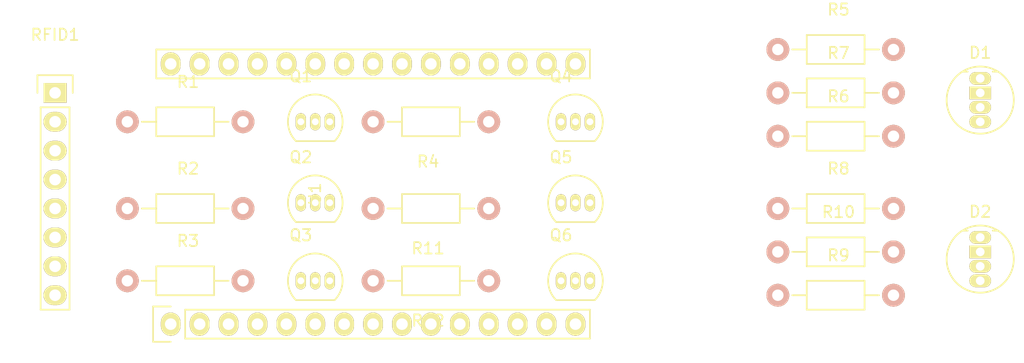
<source format=kicad_pcb>
(kicad_pcb (version 4) (host pcbnew 4.0.2-stable)

  (general
    (links 38)
    (no_connects 38)
    (area 102.960715 61.085 205.181096 102.067)
    (thickness 1.6)
    (drawings 0)
    (tracks 0)
    (zones 0)
    (modules 22)
    (nets 51)
  )

  (page A4)
  (layers
    (0 F.Cu signal)
    (31 B.Cu signal)
    (32 B.Adhes user)
    (33 F.Adhes user)
    (34 B.Paste user)
    (35 F.Paste user)
    (36 B.SilkS user)
    (37 F.SilkS user)
    (38 B.Mask user)
    (39 F.Mask user)
    (40 Dwgs.User user)
    (41 Cmts.User user)
    (42 Eco1.User user)
    (43 Eco2.User user)
    (44 Edge.Cuts user)
    (45 Margin user)
    (46 B.CrtYd user)
    (47 F.CrtYd user)
    (48 B.Fab user)
    (49 F.Fab user)
  )

  (setup
    (last_trace_width 0.25)
    (trace_clearance 0.2)
    (zone_clearance 0.508)
    (zone_45_only no)
    (trace_min 0.2)
    (segment_width 0.2)
    (edge_width 0.15)
    (via_size 0.6)
    (via_drill 0.4)
    (via_min_size 0.4)
    (via_min_drill 0.3)
    (uvia_size 0.3)
    (uvia_drill 0.1)
    (uvias_allowed no)
    (uvia_min_size 0.2)
    (uvia_min_drill 0.1)
    (pcb_text_width 0.3)
    (pcb_text_size 1.5 1.5)
    (mod_edge_width 0.15)
    (mod_text_size 1 1)
    (mod_text_width 0.15)
    (pad_size 1.524 1.524)
    (pad_drill 0.762)
    (pad_to_mask_clearance 0.2)
    (aux_axis_origin 0 0)
    (visible_elements FFFFFF7F)
    (pcbplotparams
      (layerselection 0x00030_80000001)
      (usegerberextensions false)
      (excludeedgelayer true)
      (linewidth 0.100000)
      (plotframeref false)
      (viasonmask false)
      (mode 1)
      (useauxorigin false)
      (hpglpennumber 1)
      (hpglpenspeed 20)
      (hpglpendiameter 15)
      (hpglpenoverlay 2)
      (psnegative false)
      (psa4output false)
      (plotreference true)
      (plotvalue true)
      (plotinvisibletext false)
      (padsonsilk false)
      (subtractmaskfromsilk false)
      (outputformat 1)
      (mirror false)
      (drillshape 1)
      (scaleselection 1)
      (outputdirectory ""))
  )

  (net 0 "")
  (net 1 "Net-(D1-Pad1)")
  (net 2 GND)
  (net 3 "Net-(D1-Pad3)")
  (net 4 "Net-(D1-Pad4)")
  (net 5 "Net-(D2-Pad1)")
  (net 6 "Net-(D2-Pad2)")
  (net 7 "Net-(D2-Pad3)")
  (net 8 "Net-(D2-Pad4)")
  (net 9 "Net-(Q1-Pad2)")
  (net 10 "Net-(Q1-Pad3)")
  (net 11 "Net-(Q2-Pad2)")
  (net 12 "Net-(Q2-Pad3)")
  (net 13 "Net-(Q3-Pad2)")
  (net 14 "Net-(Q3-Pad3)")
  (net 15 "Net-(Q4-Pad2)")
  (net 16 "Net-(Q4-Pad3)")
  (net 17 +5V)
  (net 18 "Net-(Q5-Pad2)")
  (net 19 "Net-(Q5-Pad3)")
  (net 20 "Net-(Q6-Pad2)")
  (net 21 "Net-(Q6-Pad3)")
  (net 22 "Net-(R1-Pad2)")
  (net 23 "Net-(R2-Pad2)")
  (net 24 "Net-(R3-Pad2)")
  (net 25 "Net-(RFID1-Pad1)")
  (net 26 "Net-(RFID1-Pad2)")
  (net 27 "Net-(RFID1-Pad3)")
  (net 28 "Net-(RFID1-Pad4)")
  (net 29 "Net-(RFID1-Pad5)")
  (net 30 "Net-(RFID1-Pad7)")
  (net 31 "Net-(RFID1-Pad8)")
  (net 32 "Net-(U1-Pad1)")
  (net 33 "Net-(U1-Pad2)")
  (net 34 "Net-(U1-Pad3)")
  (net 35 "Net-(U1-Pad4)")
  (net 36 "Net-(U1-Pad5)")
  (net 37 "Net-(U1-Pad6)")
  (net 38 "Net-(U1-Pad7)")
  (net 39 "Net-(U1-Pad8)")
  (net 40 "Net-(U1-Pad9)")
  (net 41 "Net-(U1-Pad10)")
  (net 42 "Net-(U1-Pad11)")
  (net 43 "Net-(U1-Pad12)")
  (net 44 "Net-(U1-Pad13)")
  (net 45 "Net-(U1-Pad14)")
  (net 46 "Net-(U1-Pad18)")
  (net 47 "Net-(U1-Pad19)")
  (net 48 "Net-(U1-Pad25)")
  (net 49 "Net-(U1-Pad26)")
  (net 50 "Net-(U1-Pad24)")

  (net_class Default "This is the default net class."
    (clearance 0.2)
    (trace_width 0.25)
    (via_dia 0.6)
    (via_drill 0.4)
    (uvia_dia 0.3)
    (uvia_drill 0.1)
    (add_net +5V)
    (add_net GND)
    (add_net "Net-(D1-Pad1)")
    (add_net "Net-(D1-Pad3)")
    (add_net "Net-(D1-Pad4)")
    (add_net "Net-(D2-Pad1)")
    (add_net "Net-(D2-Pad2)")
    (add_net "Net-(D2-Pad3)")
    (add_net "Net-(D2-Pad4)")
    (add_net "Net-(Q1-Pad2)")
    (add_net "Net-(Q1-Pad3)")
    (add_net "Net-(Q2-Pad2)")
    (add_net "Net-(Q2-Pad3)")
    (add_net "Net-(Q3-Pad2)")
    (add_net "Net-(Q3-Pad3)")
    (add_net "Net-(Q4-Pad2)")
    (add_net "Net-(Q4-Pad3)")
    (add_net "Net-(Q5-Pad2)")
    (add_net "Net-(Q5-Pad3)")
    (add_net "Net-(Q6-Pad2)")
    (add_net "Net-(Q6-Pad3)")
    (add_net "Net-(R1-Pad2)")
    (add_net "Net-(R2-Pad2)")
    (add_net "Net-(R3-Pad2)")
    (add_net "Net-(RFID1-Pad1)")
    (add_net "Net-(RFID1-Pad2)")
    (add_net "Net-(RFID1-Pad3)")
    (add_net "Net-(RFID1-Pad4)")
    (add_net "Net-(RFID1-Pad5)")
    (add_net "Net-(RFID1-Pad7)")
    (add_net "Net-(RFID1-Pad8)")
    (add_net "Net-(U1-Pad1)")
    (add_net "Net-(U1-Pad10)")
    (add_net "Net-(U1-Pad11)")
    (add_net "Net-(U1-Pad12)")
    (add_net "Net-(U1-Pad13)")
    (add_net "Net-(U1-Pad14)")
    (add_net "Net-(U1-Pad18)")
    (add_net "Net-(U1-Pad19)")
    (add_net "Net-(U1-Pad2)")
    (add_net "Net-(U1-Pad24)")
    (add_net "Net-(U1-Pad25)")
    (add_net "Net-(U1-Pad26)")
    (add_net "Net-(U1-Pad3)")
    (add_net "Net-(U1-Pad4)")
    (add_net "Net-(U1-Pad5)")
    (add_net "Net-(U1-Pad6)")
    (add_net "Net-(U1-Pad7)")
    (add_net "Net-(U1-Pad8)")
    (add_net "Net-(U1-Pad9)")
  )

  (module LEDs:LED-RGB-5MM_Common_Cathode (layer F.Cu) (tedit 55A0859C) (tstamp 5777C141)
    (at 189.23 66.04)
    (descr "5mm common cathode RGB LED")
    (tags "RGB LED 5mm Common Cathode")
    (path /577787B6)
    (fp_text reference D1 (at 0 -2.25) (layer F.SilkS)
      (effects (font (size 1 1) (thickness 0.15)))
    )
    (fp_text value LED_RCBG (at 0 6.25) (layer F.Fab)
      (effects (font (size 1 1) (thickness 0.15)))
    )
    (fp_circle (center 0 1.905) (end 3.2 1.905) (layer F.CrtYd) (width 0.05))
    (fp_line (start -1.1 -0.595) (end -1.55 -0.595) (layer F.SilkS) (width 0.15))
    (fp_circle (center 0 1.905) (end 2.95 1.905) (layer F.SilkS) (width 0.15))
    (fp_line (start 1.1 -0.595) (end 1.55 -0.595) (layer F.SilkS) (width 0.15))
    (pad 1 thru_hole oval (at 0 0) (size 1.905 1.1176) (drill 0.762) (layers *.Cu *.Mask F.SilkS)
      (net 1 "Net-(D1-Pad1)"))
    (pad 2 thru_hole rect (at 0 1.27) (size 1.905 1.1176) (drill 0.762) (layers *.Cu *.Mask F.SilkS)
      (net 2 GND))
    (pad 3 thru_hole oval (at 0 2.54) (size 1.905 1.1176) (drill 0.762) (layers *.Cu *.Mask F.SilkS)
      (net 3 "Net-(D1-Pad3)"))
    (pad 4 thru_hole oval (at 0 3.81) (size 1.905 1.1176) (drill 0.762) (layers *.Cu *.Mask F.SilkS)
      (net 4 "Net-(D1-Pad4)"))
  )

  (module LEDs:LED-RGB-5MM_Common_Cathode (layer F.Cu) (tedit 55A0859C) (tstamp 5777C149)
    (at 189.23 80.01)
    (descr "5mm common cathode RGB LED")
    (tags "RGB LED 5mm Common Cathode")
    (path /5777C585)
    (fp_text reference D2 (at 0 -2.25) (layer F.SilkS)
      (effects (font (size 1 1) (thickness 0.15)))
    )
    (fp_text value LED_RCBG (at 0 6.25) (layer F.Fab)
      (effects (font (size 1 1) (thickness 0.15)))
    )
    (fp_circle (center 0 1.905) (end 3.2 1.905) (layer F.CrtYd) (width 0.05))
    (fp_line (start -1.1 -0.595) (end -1.55 -0.595) (layer F.SilkS) (width 0.15))
    (fp_circle (center 0 1.905) (end 2.95 1.905) (layer F.SilkS) (width 0.15))
    (fp_line (start 1.1 -0.595) (end 1.55 -0.595) (layer F.SilkS) (width 0.15))
    (pad 1 thru_hole oval (at 0 0) (size 1.905 1.1176) (drill 0.762) (layers *.Cu *.Mask F.SilkS)
      (net 5 "Net-(D2-Pad1)"))
    (pad 2 thru_hole rect (at 0 1.27) (size 1.905 1.1176) (drill 0.762) (layers *.Cu *.Mask F.SilkS)
      (net 6 "Net-(D2-Pad2)"))
    (pad 3 thru_hole oval (at 0 2.54) (size 1.905 1.1176) (drill 0.762) (layers *.Cu *.Mask F.SilkS)
      (net 7 "Net-(D2-Pad3)"))
    (pad 4 thru_hole oval (at 0 3.81) (size 1.905 1.1176) (drill 0.762) (layers *.Cu *.Mask F.SilkS)
      (net 8 "Net-(D2-Pad4)"))
  )

  (module TO_SOT_Packages_THT:TO-92_Inline_Narrow_Oval (layer F.Cu) (tedit 54F24281) (tstamp 5777C150)
    (at 129.54 69.85)
    (descr "TO-92 leads in-line, narrow, oval pads, drill 0.6mm (see NXP sot054_po.pdf)")
    (tags "to-92 sc-43 sc-43a sot54 PA33 transistor")
    (path /5777A2CA)
    (fp_text reference Q1 (at 0 -4) (layer F.SilkS)
      (effects (font (size 1 1) (thickness 0.15)))
    )
    (fp_text value 2N2222 (at 0 3) (layer F.Fab)
      (effects (font (size 1 1) (thickness 0.15)))
    )
    (fp_line (start -1.4 1.95) (end -1.4 -2.65) (layer F.CrtYd) (width 0.05))
    (fp_line (start -1.4 1.95) (end 3.95 1.95) (layer F.CrtYd) (width 0.05))
    (fp_line (start -0.43 1.7) (end 2.97 1.7) (layer F.SilkS) (width 0.15))
    (fp_arc (start 1.27 0) (end 1.27 -2.4) (angle -135) (layer F.SilkS) (width 0.15))
    (fp_arc (start 1.27 0) (end 1.27 -2.4) (angle 135) (layer F.SilkS) (width 0.15))
    (fp_line (start -1.4 -2.65) (end 3.95 -2.65) (layer F.CrtYd) (width 0.05))
    (fp_line (start 3.95 1.95) (end 3.95 -2.65) (layer F.CrtYd) (width 0.05))
    (pad 2 thru_hole oval (at 1.27 0 180) (size 0.89916 1.50114) (drill 0.6) (layers *.Cu *.Mask F.SilkS)
      (net 9 "Net-(Q1-Pad2)"))
    (pad 3 thru_hole oval (at 2.54 0 180) (size 0.89916 1.50114) (drill 0.6) (layers *.Cu *.Mask F.SilkS)
      (net 10 "Net-(Q1-Pad3)"))
    (pad 1 thru_hole oval (at 0 0 180) (size 0.89916 1.50114) (drill 0.6) (layers *.Cu *.Mask F.SilkS)
      (net 2 GND))
    (model TO_SOT_Packages_THT.3dshapes/TO-92_Inline_Narrow_Oval.wrl
      (at (xyz 0.05 0 0))
      (scale (xyz 1 1 1))
      (rotate (xyz 0 0 -90))
    )
  )

  (module TO_SOT_Packages_THT:TO-92_Inline_Narrow_Oval (layer F.Cu) (tedit 54F24281) (tstamp 5777C157)
    (at 129.54 76.962)
    (descr "TO-92 leads in-line, narrow, oval pads, drill 0.6mm (see NXP sot054_po.pdf)")
    (tags "to-92 sc-43 sc-43a sot54 PA33 transistor")
    (path /5777A366)
    (fp_text reference Q2 (at 0 -4) (layer F.SilkS)
      (effects (font (size 1 1) (thickness 0.15)))
    )
    (fp_text value 2N2222 (at 0 3) (layer F.Fab)
      (effects (font (size 1 1) (thickness 0.15)))
    )
    (fp_line (start -1.4 1.95) (end -1.4 -2.65) (layer F.CrtYd) (width 0.05))
    (fp_line (start -1.4 1.95) (end 3.95 1.95) (layer F.CrtYd) (width 0.05))
    (fp_line (start -0.43 1.7) (end 2.97 1.7) (layer F.SilkS) (width 0.15))
    (fp_arc (start 1.27 0) (end 1.27 -2.4) (angle -135) (layer F.SilkS) (width 0.15))
    (fp_arc (start 1.27 0) (end 1.27 -2.4) (angle 135) (layer F.SilkS) (width 0.15))
    (fp_line (start -1.4 -2.65) (end 3.95 -2.65) (layer F.CrtYd) (width 0.05))
    (fp_line (start 3.95 1.95) (end 3.95 -2.65) (layer F.CrtYd) (width 0.05))
    (pad 2 thru_hole oval (at 1.27 0 180) (size 0.89916 1.50114) (drill 0.6) (layers *.Cu *.Mask F.SilkS)
      (net 11 "Net-(Q2-Pad2)"))
    (pad 3 thru_hole oval (at 2.54 0 180) (size 0.89916 1.50114) (drill 0.6) (layers *.Cu *.Mask F.SilkS)
      (net 12 "Net-(Q2-Pad3)"))
    (pad 1 thru_hole oval (at 0 0 180) (size 0.89916 1.50114) (drill 0.6) (layers *.Cu *.Mask F.SilkS)
      (net 2 GND))
    (model TO_SOT_Packages_THT.3dshapes/TO-92_Inline_Narrow_Oval.wrl
      (at (xyz 0.05 0 0))
      (scale (xyz 1 1 1))
      (rotate (xyz 0 0 -90))
    )
  )

  (module TO_SOT_Packages_THT:TO-92_Inline_Narrow_Oval (layer F.Cu) (tedit 54F24281) (tstamp 5777C15E)
    (at 129.54 83.82)
    (descr "TO-92 leads in-line, narrow, oval pads, drill 0.6mm (see NXP sot054_po.pdf)")
    (tags "to-92 sc-43 sc-43a sot54 PA33 transistor")
    (path /5777A1CF)
    (fp_text reference Q3 (at 0 -4) (layer F.SilkS)
      (effects (font (size 1 1) (thickness 0.15)))
    )
    (fp_text value 2N2222 (at 0 3) (layer F.Fab)
      (effects (font (size 1 1) (thickness 0.15)))
    )
    (fp_line (start -1.4 1.95) (end -1.4 -2.65) (layer F.CrtYd) (width 0.05))
    (fp_line (start -1.4 1.95) (end 3.95 1.95) (layer F.CrtYd) (width 0.05))
    (fp_line (start -0.43 1.7) (end 2.97 1.7) (layer F.SilkS) (width 0.15))
    (fp_arc (start 1.27 0) (end 1.27 -2.4) (angle -135) (layer F.SilkS) (width 0.15))
    (fp_arc (start 1.27 0) (end 1.27 -2.4) (angle 135) (layer F.SilkS) (width 0.15))
    (fp_line (start -1.4 -2.65) (end 3.95 -2.65) (layer F.CrtYd) (width 0.05))
    (fp_line (start 3.95 1.95) (end 3.95 -2.65) (layer F.CrtYd) (width 0.05))
    (pad 2 thru_hole oval (at 1.27 0 180) (size 0.89916 1.50114) (drill 0.6) (layers *.Cu *.Mask F.SilkS)
      (net 13 "Net-(Q3-Pad2)"))
    (pad 3 thru_hole oval (at 2.54 0 180) (size 0.89916 1.50114) (drill 0.6) (layers *.Cu *.Mask F.SilkS)
      (net 14 "Net-(Q3-Pad3)"))
    (pad 1 thru_hole oval (at 0 0 180) (size 0.89916 1.50114) (drill 0.6) (layers *.Cu *.Mask F.SilkS)
      (net 2 GND))
    (model TO_SOT_Packages_THT.3dshapes/TO-92_Inline_Narrow_Oval.wrl
      (at (xyz 0.05 0 0))
      (scale (xyz 1 1 1))
      (rotate (xyz 0 0 -90))
    )
  )

  (module TO_SOT_Packages_THT:TO-92_Inline_Narrow_Oval (layer F.Cu) (tedit 54F24281) (tstamp 5777C165)
    (at 152.4 69.85)
    (descr "TO-92 leads in-line, narrow, oval pads, drill 0.6mm (see NXP sot054_po.pdf)")
    (tags "to-92 sc-43 sc-43a sot54 PA33 transistor")
    (path /5777A611)
    (fp_text reference Q4 (at 0 -4) (layer F.SilkS)
      (effects (font (size 1 1) (thickness 0.15)))
    )
    (fp_text value 2N2907 (at 0 3) (layer F.Fab)
      (effects (font (size 1 1) (thickness 0.15)))
    )
    (fp_line (start -1.4 1.95) (end -1.4 -2.65) (layer F.CrtYd) (width 0.05))
    (fp_line (start -1.4 1.95) (end 3.95 1.95) (layer F.CrtYd) (width 0.05))
    (fp_line (start -0.43 1.7) (end 2.97 1.7) (layer F.SilkS) (width 0.15))
    (fp_arc (start 1.27 0) (end 1.27 -2.4) (angle -135) (layer F.SilkS) (width 0.15))
    (fp_arc (start 1.27 0) (end 1.27 -2.4) (angle 135) (layer F.SilkS) (width 0.15))
    (fp_line (start -1.4 -2.65) (end 3.95 -2.65) (layer F.CrtYd) (width 0.05))
    (fp_line (start 3.95 1.95) (end 3.95 -2.65) (layer F.CrtYd) (width 0.05))
    (pad 2 thru_hole oval (at 1.27 0 180) (size 0.89916 1.50114) (drill 0.6) (layers *.Cu *.Mask F.SilkS)
      (net 15 "Net-(Q4-Pad2)"))
    (pad 3 thru_hole oval (at 2.54 0 180) (size 0.89916 1.50114) (drill 0.6) (layers *.Cu *.Mask F.SilkS)
      (net 16 "Net-(Q4-Pad3)"))
    (pad 1 thru_hole oval (at 0 0 180) (size 0.89916 1.50114) (drill 0.6) (layers *.Cu *.Mask F.SilkS)
      (net 17 +5V))
    (model TO_SOT_Packages_THT.3dshapes/TO-92_Inline_Narrow_Oval.wrl
      (at (xyz 0.05 0 0))
      (scale (xyz 1 1 1))
      (rotate (xyz 0 0 -90))
    )
  )

  (module TO_SOT_Packages_THT:TO-92_Inline_Narrow_Oval (layer F.Cu) (tedit 54F24281) (tstamp 5777C16C)
    (at 152.4 76.962)
    (descr "TO-92 leads in-line, narrow, oval pads, drill 0.6mm (see NXP sot054_po.pdf)")
    (tags "to-92 sc-43 sc-43a sot54 PA33 transistor")
    (path /5777A6C5)
    (fp_text reference Q5 (at 0 -4) (layer F.SilkS)
      (effects (font (size 1 1) (thickness 0.15)))
    )
    (fp_text value 2N2907 (at 0 3) (layer F.Fab)
      (effects (font (size 1 1) (thickness 0.15)))
    )
    (fp_line (start -1.4 1.95) (end -1.4 -2.65) (layer F.CrtYd) (width 0.05))
    (fp_line (start -1.4 1.95) (end 3.95 1.95) (layer F.CrtYd) (width 0.05))
    (fp_line (start -0.43 1.7) (end 2.97 1.7) (layer F.SilkS) (width 0.15))
    (fp_arc (start 1.27 0) (end 1.27 -2.4) (angle -135) (layer F.SilkS) (width 0.15))
    (fp_arc (start 1.27 0) (end 1.27 -2.4) (angle 135) (layer F.SilkS) (width 0.15))
    (fp_line (start -1.4 -2.65) (end 3.95 -2.65) (layer F.CrtYd) (width 0.05))
    (fp_line (start 3.95 1.95) (end 3.95 -2.65) (layer F.CrtYd) (width 0.05))
    (pad 2 thru_hole oval (at 1.27 0 180) (size 0.89916 1.50114) (drill 0.6) (layers *.Cu *.Mask F.SilkS)
      (net 18 "Net-(Q5-Pad2)"))
    (pad 3 thru_hole oval (at 2.54 0 180) (size 0.89916 1.50114) (drill 0.6) (layers *.Cu *.Mask F.SilkS)
      (net 19 "Net-(Q5-Pad3)"))
    (pad 1 thru_hole oval (at 0 0 180) (size 0.89916 1.50114) (drill 0.6) (layers *.Cu *.Mask F.SilkS)
      (net 17 +5V))
    (model TO_SOT_Packages_THT.3dshapes/TO-92_Inline_Narrow_Oval.wrl
      (at (xyz 0.05 0 0))
      (scale (xyz 1 1 1))
      (rotate (xyz 0 0 -90))
    )
  )

  (module TO_SOT_Packages_THT:TO-92_Inline_Narrow_Oval (layer F.Cu) (tedit 54F24281) (tstamp 5777C173)
    (at 152.4 83.82)
    (descr "TO-92 leads in-line, narrow, oval pads, drill 0.6mm (see NXP sot054_po.pdf)")
    (tags "to-92 sc-43 sc-43a sot54 PA33 transistor")
    (path /5777A4B2)
    (fp_text reference Q6 (at 0 -4) (layer F.SilkS)
      (effects (font (size 1 1) (thickness 0.15)))
    )
    (fp_text value 2N2907 (at 0 3) (layer F.Fab)
      (effects (font (size 1 1) (thickness 0.15)))
    )
    (fp_line (start -1.4 1.95) (end -1.4 -2.65) (layer F.CrtYd) (width 0.05))
    (fp_line (start -1.4 1.95) (end 3.95 1.95) (layer F.CrtYd) (width 0.05))
    (fp_line (start -0.43 1.7) (end 2.97 1.7) (layer F.SilkS) (width 0.15))
    (fp_arc (start 1.27 0) (end 1.27 -2.4) (angle -135) (layer F.SilkS) (width 0.15))
    (fp_arc (start 1.27 0) (end 1.27 -2.4) (angle 135) (layer F.SilkS) (width 0.15))
    (fp_line (start -1.4 -2.65) (end 3.95 -2.65) (layer F.CrtYd) (width 0.05))
    (fp_line (start 3.95 1.95) (end 3.95 -2.65) (layer F.CrtYd) (width 0.05))
    (pad 2 thru_hole oval (at 1.27 0 180) (size 0.89916 1.50114) (drill 0.6) (layers *.Cu *.Mask F.SilkS)
      (net 20 "Net-(Q6-Pad2)"))
    (pad 3 thru_hole oval (at 2.54 0 180) (size 0.89916 1.50114) (drill 0.6) (layers *.Cu *.Mask F.SilkS)
      (net 21 "Net-(Q6-Pad3)"))
    (pad 1 thru_hole oval (at 0 0 180) (size 0.89916 1.50114) (drill 0.6) (layers *.Cu *.Mask F.SilkS)
      (net 17 +5V))
    (model TO_SOT_Packages_THT.3dshapes/TO-92_Inline_Narrow_Oval.wrl
      (at (xyz 0.05 0 0))
      (scale (xyz 1 1 1))
      (rotate (xyz 0 0 -90))
    )
  )

  (module Resistors_ThroughHole:Resistor_Horizontal_RM10mm (layer F.Cu) (tedit 56648415) (tstamp 5777C179)
    (at 114.3 69.85)
    (descr "Resistor, Axial,  RM 10mm, 1/3W")
    (tags "Resistor Axial RM 10mm 1/3W")
    (path /577788E1)
    (fp_text reference R1 (at 5.32892 -3.50012) (layer F.SilkS)
      (effects (font (size 1 1) (thickness 0.15)))
    )
    (fp_text value 1k (at 5.08 3.81) (layer F.Fab)
      (effects (font (size 1 1) (thickness 0.15)))
    )
    (fp_line (start -1.25 -1.5) (end 11.4 -1.5) (layer F.CrtYd) (width 0.05))
    (fp_line (start -1.25 1.5) (end -1.25 -1.5) (layer F.CrtYd) (width 0.05))
    (fp_line (start 11.4 -1.5) (end 11.4 1.5) (layer F.CrtYd) (width 0.05))
    (fp_line (start -1.25 1.5) (end 11.4 1.5) (layer F.CrtYd) (width 0.05))
    (fp_line (start 2.54 -1.27) (end 7.62 -1.27) (layer F.SilkS) (width 0.15))
    (fp_line (start 7.62 -1.27) (end 7.62 1.27) (layer F.SilkS) (width 0.15))
    (fp_line (start 7.62 1.27) (end 2.54 1.27) (layer F.SilkS) (width 0.15))
    (fp_line (start 2.54 1.27) (end 2.54 -1.27) (layer F.SilkS) (width 0.15))
    (fp_line (start 2.54 0) (end 1.27 0) (layer F.SilkS) (width 0.15))
    (fp_line (start 7.62 0) (end 8.89 0) (layer F.SilkS) (width 0.15))
    (pad 1 thru_hole circle (at 0 0) (size 1.99898 1.99898) (drill 1.00076) (layers *.Cu *.SilkS *.Mask)
      (net 9 "Net-(Q1-Pad2)"))
    (pad 2 thru_hole circle (at 10.16 0) (size 1.99898 1.99898) (drill 1.00076) (layers *.Cu *.SilkS *.Mask)
      (net 22 "Net-(R1-Pad2)"))
    (model Resistors_ThroughHole.3dshapes/Resistor_Horizontal_RM10mm.wrl
      (at (xyz 0 0 0))
      (scale (xyz 0.4 0.4 0.4))
      (rotate (xyz 0 0 0))
    )
  )

  (module Resistors_ThroughHole:Resistor_Horizontal_RM10mm (layer F.Cu) (tedit 56648415) (tstamp 5777C17F)
    (at 114.3 77.47)
    (descr "Resistor, Axial,  RM 10mm, 1/3W")
    (tags "Resistor Axial RM 10mm 1/3W")
    (path /57778F7A)
    (fp_text reference R2 (at 5.32892 -3.50012) (layer F.SilkS)
      (effects (font (size 1 1) (thickness 0.15)))
    )
    (fp_text value 1k (at 5.08 3.81) (layer F.Fab)
      (effects (font (size 1 1) (thickness 0.15)))
    )
    (fp_line (start -1.25 -1.5) (end 11.4 -1.5) (layer F.CrtYd) (width 0.05))
    (fp_line (start -1.25 1.5) (end -1.25 -1.5) (layer F.CrtYd) (width 0.05))
    (fp_line (start 11.4 -1.5) (end 11.4 1.5) (layer F.CrtYd) (width 0.05))
    (fp_line (start -1.25 1.5) (end 11.4 1.5) (layer F.CrtYd) (width 0.05))
    (fp_line (start 2.54 -1.27) (end 7.62 -1.27) (layer F.SilkS) (width 0.15))
    (fp_line (start 7.62 -1.27) (end 7.62 1.27) (layer F.SilkS) (width 0.15))
    (fp_line (start 7.62 1.27) (end 2.54 1.27) (layer F.SilkS) (width 0.15))
    (fp_line (start 2.54 1.27) (end 2.54 -1.27) (layer F.SilkS) (width 0.15))
    (fp_line (start 2.54 0) (end 1.27 0) (layer F.SilkS) (width 0.15))
    (fp_line (start 7.62 0) (end 8.89 0) (layer F.SilkS) (width 0.15))
    (pad 1 thru_hole circle (at 0 0) (size 1.99898 1.99898) (drill 1.00076) (layers *.Cu *.SilkS *.Mask)
      (net 11 "Net-(Q2-Pad2)"))
    (pad 2 thru_hole circle (at 10.16 0) (size 1.99898 1.99898) (drill 1.00076) (layers *.Cu *.SilkS *.Mask)
      (net 23 "Net-(R2-Pad2)"))
    (model Resistors_ThroughHole.3dshapes/Resistor_Horizontal_RM10mm.wrl
      (at (xyz 0 0 0))
      (scale (xyz 0.4 0.4 0.4))
      (rotate (xyz 0 0 0))
    )
  )

  (module Resistors_ThroughHole:Resistor_Horizontal_RM10mm (layer F.Cu) (tedit 56648415) (tstamp 5777C185)
    (at 114.3 83.82)
    (descr "Resistor, Axial,  RM 10mm, 1/3W")
    (tags "Resistor Axial RM 10mm 1/3W")
    (path /5777907E)
    (fp_text reference R3 (at 5.32892 -3.50012) (layer F.SilkS)
      (effects (font (size 1 1) (thickness 0.15)))
    )
    (fp_text value 1k (at 5.08 3.81) (layer F.Fab)
      (effects (font (size 1 1) (thickness 0.15)))
    )
    (fp_line (start -1.25 -1.5) (end 11.4 -1.5) (layer F.CrtYd) (width 0.05))
    (fp_line (start -1.25 1.5) (end -1.25 -1.5) (layer F.CrtYd) (width 0.05))
    (fp_line (start 11.4 -1.5) (end 11.4 1.5) (layer F.CrtYd) (width 0.05))
    (fp_line (start -1.25 1.5) (end 11.4 1.5) (layer F.CrtYd) (width 0.05))
    (fp_line (start 2.54 -1.27) (end 7.62 -1.27) (layer F.SilkS) (width 0.15))
    (fp_line (start 7.62 -1.27) (end 7.62 1.27) (layer F.SilkS) (width 0.15))
    (fp_line (start 7.62 1.27) (end 2.54 1.27) (layer F.SilkS) (width 0.15))
    (fp_line (start 2.54 1.27) (end 2.54 -1.27) (layer F.SilkS) (width 0.15))
    (fp_line (start 2.54 0) (end 1.27 0) (layer F.SilkS) (width 0.15))
    (fp_line (start 7.62 0) (end 8.89 0) (layer F.SilkS) (width 0.15))
    (pad 1 thru_hole circle (at 0 0) (size 1.99898 1.99898) (drill 1.00076) (layers *.Cu *.SilkS *.Mask)
      (net 13 "Net-(Q3-Pad2)"))
    (pad 2 thru_hole circle (at 10.16 0) (size 1.99898 1.99898) (drill 1.00076) (layers *.Cu *.SilkS *.Mask)
      (net 24 "Net-(R3-Pad2)"))
    (model Resistors_ThroughHole.3dshapes/Resistor_Horizontal_RM10mm.wrl
      (at (xyz 0 0 0))
      (scale (xyz 0.4 0.4 0.4))
      (rotate (xyz 0 0 0))
    )
  )

  (module Resistors_ThroughHole:Resistor_Horizontal_RM10mm (layer F.Cu) (tedit 56648415) (tstamp 5777C18B)
    (at 146.05 69.85 180)
    (descr "Resistor, Axial,  RM 10mm, 1/3W")
    (tags "Resistor Axial RM 10mm 1/3W")
    (path /577788C4)
    (fp_text reference R4 (at 5.32892 -3.50012 180) (layer F.SilkS)
      (effects (font (size 1 1) (thickness 0.15)))
    )
    (fp_text value 1k (at 5.08 3.81 180) (layer F.Fab)
      (effects (font (size 1 1) (thickness 0.15)))
    )
    (fp_line (start -1.25 -1.5) (end 11.4 -1.5) (layer F.CrtYd) (width 0.05))
    (fp_line (start -1.25 1.5) (end -1.25 -1.5) (layer F.CrtYd) (width 0.05))
    (fp_line (start 11.4 -1.5) (end 11.4 1.5) (layer F.CrtYd) (width 0.05))
    (fp_line (start -1.25 1.5) (end 11.4 1.5) (layer F.CrtYd) (width 0.05))
    (fp_line (start 2.54 -1.27) (end 7.62 -1.27) (layer F.SilkS) (width 0.15))
    (fp_line (start 7.62 -1.27) (end 7.62 1.27) (layer F.SilkS) (width 0.15))
    (fp_line (start 7.62 1.27) (end 2.54 1.27) (layer F.SilkS) (width 0.15))
    (fp_line (start 2.54 1.27) (end 2.54 -1.27) (layer F.SilkS) (width 0.15))
    (fp_line (start 2.54 0) (end 1.27 0) (layer F.SilkS) (width 0.15))
    (fp_line (start 7.62 0) (end 8.89 0) (layer F.SilkS) (width 0.15))
    (pad 1 thru_hole circle (at 0 0 180) (size 1.99898 1.99898) (drill 1.00076) (layers *.Cu *.SilkS *.Mask)
      (net 15 "Net-(Q4-Pad2)"))
    (pad 2 thru_hole circle (at 10.16 0 180) (size 1.99898 1.99898) (drill 1.00076) (layers *.Cu *.SilkS *.Mask)
      (net 10 "Net-(Q1-Pad3)"))
    (model Resistors_ThroughHole.3dshapes/Resistor_Horizontal_RM10mm.wrl
      (at (xyz 0 0 0))
      (scale (xyz 0.4 0.4 0.4))
      (rotate (xyz 0 0 0))
    )
  )

  (module Resistors_ThroughHole:Resistor_Horizontal_RM10mm (layer F.Cu) (tedit 56648415) (tstamp 5777C191)
    (at 171.45 63.5)
    (descr "Resistor, Axial,  RM 10mm, 1/3W")
    (tags "Resistor Axial RM 10mm 1/3W")
    (path /57778927)
    (fp_text reference R5 (at 5.32892 -3.50012) (layer F.SilkS)
      (effects (font (size 1 1) (thickness 0.15)))
    )
    (fp_text value 32 (at 5.08 3.81) (layer F.Fab)
      (effects (font (size 1 1) (thickness 0.15)))
    )
    (fp_line (start -1.25 -1.5) (end 11.4 -1.5) (layer F.CrtYd) (width 0.05))
    (fp_line (start -1.25 1.5) (end -1.25 -1.5) (layer F.CrtYd) (width 0.05))
    (fp_line (start 11.4 -1.5) (end 11.4 1.5) (layer F.CrtYd) (width 0.05))
    (fp_line (start -1.25 1.5) (end 11.4 1.5) (layer F.CrtYd) (width 0.05))
    (fp_line (start 2.54 -1.27) (end 7.62 -1.27) (layer F.SilkS) (width 0.15))
    (fp_line (start 7.62 -1.27) (end 7.62 1.27) (layer F.SilkS) (width 0.15))
    (fp_line (start 7.62 1.27) (end 2.54 1.27) (layer F.SilkS) (width 0.15))
    (fp_line (start 2.54 1.27) (end 2.54 -1.27) (layer F.SilkS) (width 0.15))
    (fp_line (start 2.54 0) (end 1.27 0) (layer F.SilkS) (width 0.15))
    (fp_line (start 7.62 0) (end 8.89 0) (layer F.SilkS) (width 0.15))
    (pad 1 thru_hole circle (at 0 0) (size 1.99898 1.99898) (drill 1.00076) (layers *.Cu *.SilkS *.Mask)
      (net 16 "Net-(Q4-Pad3)"))
    (pad 2 thru_hole circle (at 10.16 0) (size 1.99898 1.99898) (drill 1.00076) (layers *.Cu *.SilkS *.Mask)
      (net 1 "Net-(D1-Pad1)"))
    (model Resistors_ThroughHole.3dshapes/Resistor_Horizontal_RM10mm.wrl
      (at (xyz 0 0 0))
      (scale (xyz 0.4 0.4 0.4))
      (rotate (xyz 0 0 0))
    )
  )

  (module Resistors_ThroughHole:Resistor_Horizontal_RM10mm (layer F.Cu) (tedit 56648415) (tstamp 5777C197)
    (at 171.45 71.12)
    (descr "Resistor, Axial,  RM 10mm, 1/3W")
    (tags "Resistor Axial RM 10mm 1/3W")
    (path /57778C72)
    (fp_text reference R6 (at 5.32892 -3.50012) (layer F.SilkS)
      (effects (font (size 1 1) (thickness 0.15)))
    )
    (fp_text value 21 (at 5.08 3.81) (layer F.Fab)
      (effects (font (size 1 1) (thickness 0.15)))
    )
    (fp_line (start -1.25 -1.5) (end 11.4 -1.5) (layer F.CrtYd) (width 0.05))
    (fp_line (start -1.25 1.5) (end -1.25 -1.5) (layer F.CrtYd) (width 0.05))
    (fp_line (start 11.4 -1.5) (end 11.4 1.5) (layer F.CrtYd) (width 0.05))
    (fp_line (start -1.25 1.5) (end 11.4 1.5) (layer F.CrtYd) (width 0.05))
    (fp_line (start 2.54 -1.27) (end 7.62 -1.27) (layer F.SilkS) (width 0.15))
    (fp_line (start 7.62 -1.27) (end 7.62 1.27) (layer F.SilkS) (width 0.15))
    (fp_line (start 7.62 1.27) (end 2.54 1.27) (layer F.SilkS) (width 0.15))
    (fp_line (start 2.54 1.27) (end 2.54 -1.27) (layer F.SilkS) (width 0.15))
    (fp_line (start 2.54 0) (end 1.27 0) (layer F.SilkS) (width 0.15))
    (fp_line (start 7.62 0) (end 8.89 0) (layer F.SilkS) (width 0.15))
    (pad 1 thru_hole circle (at 0 0) (size 1.99898 1.99898) (drill 1.00076) (layers *.Cu *.SilkS *.Mask)
      (net 19 "Net-(Q5-Pad3)"))
    (pad 2 thru_hole circle (at 10.16 0) (size 1.99898 1.99898) (drill 1.00076) (layers *.Cu *.SilkS *.Mask)
      (net 4 "Net-(D1-Pad4)"))
    (model Resistors_ThroughHole.3dshapes/Resistor_Horizontal_RM10mm.wrl
      (at (xyz 0 0 0))
      (scale (xyz 0.4 0.4 0.4))
      (rotate (xyz 0 0 0))
    )
  )

  (module Resistors_ThroughHole:Resistor_Horizontal_RM10mm (layer F.Cu) (tedit 56648415) (tstamp 5777C19D)
    (at 171.45 67.31)
    (descr "Resistor, Axial,  RM 10mm, 1/3W")
    (tags "Resistor Axial RM 10mm 1/3W")
    (path /57778C9B)
    (fp_text reference R7 (at 5.32892 -3.50012) (layer F.SilkS)
      (effects (font (size 1 1) (thickness 0.15)))
    )
    (fp_text value 21 (at 5.08 3.81) (layer F.Fab)
      (effects (font (size 1 1) (thickness 0.15)))
    )
    (fp_line (start -1.25 -1.5) (end 11.4 -1.5) (layer F.CrtYd) (width 0.05))
    (fp_line (start -1.25 1.5) (end -1.25 -1.5) (layer F.CrtYd) (width 0.05))
    (fp_line (start 11.4 -1.5) (end 11.4 1.5) (layer F.CrtYd) (width 0.05))
    (fp_line (start -1.25 1.5) (end 11.4 1.5) (layer F.CrtYd) (width 0.05))
    (fp_line (start 2.54 -1.27) (end 7.62 -1.27) (layer F.SilkS) (width 0.15))
    (fp_line (start 7.62 -1.27) (end 7.62 1.27) (layer F.SilkS) (width 0.15))
    (fp_line (start 7.62 1.27) (end 2.54 1.27) (layer F.SilkS) (width 0.15))
    (fp_line (start 2.54 1.27) (end 2.54 -1.27) (layer F.SilkS) (width 0.15))
    (fp_line (start 2.54 0) (end 1.27 0) (layer F.SilkS) (width 0.15))
    (fp_line (start 7.62 0) (end 8.89 0) (layer F.SilkS) (width 0.15))
    (pad 1 thru_hole circle (at 0 0) (size 1.99898 1.99898) (drill 1.00076) (layers *.Cu *.SilkS *.Mask)
      (net 21 "Net-(Q6-Pad3)"))
    (pad 2 thru_hole circle (at 10.16 0) (size 1.99898 1.99898) (drill 1.00076) (layers *.Cu *.SilkS *.Mask)
      (net 3 "Net-(D1-Pad3)"))
    (model Resistors_ThroughHole.3dshapes/Resistor_Horizontal_RM10mm.wrl
      (at (xyz 0 0 0))
      (scale (xyz 0.4 0.4 0.4))
      (rotate (xyz 0 0 0))
    )
  )

  (module Resistors_ThroughHole:Resistor_Horizontal_RM10mm (layer F.Cu) (tedit 56648415) (tstamp 5777C1A3)
    (at 171.45 77.47)
    (descr "Resistor, Axial,  RM 10mm, 1/3W")
    (tags "Resistor Axial RM 10mm 1/3W")
    (path /5777C58B)
    (fp_text reference R8 (at 5.32892 -3.50012) (layer F.SilkS)
      (effects (font (size 1 1) (thickness 0.15)))
    )
    (fp_text value 32 (at 5.08 3.81) (layer F.Fab)
      (effects (font (size 1 1) (thickness 0.15)))
    )
    (fp_line (start -1.25 -1.5) (end 11.4 -1.5) (layer F.CrtYd) (width 0.05))
    (fp_line (start -1.25 1.5) (end -1.25 -1.5) (layer F.CrtYd) (width 0.05))
    (fp_line (start 11.4 -1.5) (end 11.4 1.5) (layer F.CrtYd) (width 0.05))
    (fp_line (start -1.25 1.5) (end 11.4 1.5) (layer F.CrtYd) (width 0.05))
    (fp_line (start 2.54 -1.27) (end 7.62 -1.27) (layer F.SilkS) (width 0.15))
    (fp_line (start 7.62 -1.27) (end 7.62 1.27) (layer F.SilkS) (width 0.15))
    (fp_line (start 7.62 1.27) (end 2.54 1.27) (layer F.SilkS) (width 0.15))
    (fp_line (start 2.54 1.27) (end 2.54 -1.27) (layer F.SilkS) (width 0.15))
    (fp_line (start 2.54 0) (end 1.27 0) (layer F.SilkS) (width 0.15))
    (fp_line (start 7.62 0) (end 8.89 0) (layer F.SilkS) (width 0.15))
    (pad 1 thru_hole circle (at 0 0) (size 1.99898 1.99898) (drill 1.00076) (layers *.Cu *.SilkS *.Mask)
      (net 16 "Net-(Q4-Pad3)"))
    (pad 2 thru_hole circle (at 10.16 0) (size 1.99898 1.99898) (drill 1.00076) (layers *.Cu *.SilkS *.Mask)
      (net 5 "Net-(D2-Pad1)"))
    (model Resistors_ThroughHole.3dshapes/Resistor_Horizontal_RM10mm.wrl
      (at (xyz 0 0 0))
      (scale (xyz 0.4 0.4 0.4))
      (rotate (xyz 0 0 0))
    )
  )

  (module Resistors_ThroughHole:Resistor_Horizontal_RM10mm (layer F.Cu) (tedit 56648415) (tstamp 5777C1A9)
    (at 171.45 85.09)
    (descr "Resistor, Axial,  RM 10mm, 1/3W")
    (tags "Resistor Axial RM 10mm 1/3W")
    (path /5777C592)
    (fp_text reference R9 (at 5.32892 -3.50012) (layer F.SilkS)
      (effects (font (size 1 1) (thickness 0.15)))
    )
    (fp_text value 21 (at 5.08 3.81) (layer F.Fab)
      (effects (font (size 1 1) (thickness 0.15)))
    )
    (fp_line (start -1.25 -1.5) (end 11.4 -1.5) (layer F.CrtYd) (width 0.05))
    (fp_line (start -1.25 1.5) (end -1.25 -1.5) (layer F.CrtYd) (width 0.05))
    (fp_line (start 11.4 -1.5) (end 11.4 1.5) (layer F.CrtYd) (width 0.05))
    (fp_line (start -1.25 1.5) (end 11.4 1.5) (layer F.CrtYd) (width 0.05))
    (fp_line (start 2.54 -1.27) (end 7.62 -1.27) (layer F.SilkS) (width 0.15))
    (fp_line (start 7.62 -1.27) (end 7.62 1.27) (layer F.SilkS) (width 0.15))
    (fp_line (start 7.62 1.27) (end 2.54 1.27) (layer F.SilkS) (width 0.15))
    (fp_line (start 2.54 1.27) (end 2.54 -1.27) (layer F.SilkS) (width 0.15))
    (fp_line (start 2.54 0) (end 1.27 0) (layer F.SilkS) (width 0.15))
    (fp_line (start 7.62 0) (end 8.89 0) (layer F.SilkS) (width 0.15))
    (pad 1 thru_hole circle (at 0 0) (size 1.99898 1.99898) (drill 1.00076) (layers *.Cu *.SilkS *.Mask)
      (net 19 "Net-(Q5-Pad3)"))
    (pad 2 thru_hole circle (at 10.16 0) (size 1.99898 1.99898) (drill 1.00076) (layers *.Cu *.SilkS *.Mask)
      (net 8 "Net-(D2-Pad4)"))
    (model Resistors_ThroughHole.3dshapes/Resistor_Horizontal_RM10mm.wrl
      (at (xyz 0 0 0))
      (scale (xyz 0.4 0.4 0.4))
      (rotate (xyz 0 0 0))
    )
  )

  (module Resistors_ThroughHole:Resistor_Horizontal_RM10mm (layer F.Cu) (tedit 56648415) (tstamp 5777C1AF)
    (at 171.45 81.28)
    (descr "Resistor, Axial,  RM 10mm, 1/3W")
    (tags "Resistor Axial RM 10mm 1/3W")
    (path /5777C598)
    (fp_text reference R10 (at 5.32892 -3.50012) (layer F.SilkS)
      (effects (font (size 1 1) (thickness 0.15)))
    )
    (fp_text value 21 (at 5.08 3.81) (layer F.Fab)
      (effects (font (size 1 1) (thickness 0.15)))
    )
    (fp_line (start -1.25 -1.5) (end 11.4 -1.5) (layer F.CrtYd) (width 0.05))
    (fp_line (start -1.25 1.5) (end -1.25 -1.5) (layer F.CrtYd) (width 0.05))
    (fp_line (start 11.4 -1.5) (end 11.4 1.5) (layer F.CrtYd) (width 0.05))
    (fp_line (start -1.25 1.5) (end 11.4 1.5) (layer F.CrtYd) (width 0.05))
    (fp_line (start 2.54 -1.27) (end 7.62 -1.27) (layer F.SilkS) (width 0.15))
    (fp_line (start 7.62 -1.27) (end 7.62 1.27) (layer F.SilkS) (width 0.15))
    (fp_line (start 7.62 1.27) (end 2.54 1.27) (layer F.SilkS) (width 0.15))
    (fp_line (start 2.54 1.27) (end 2.54 -1.27) (layer F.SilkS) (width 0.15))
    (fp_line (start 2.54 0) (end 1.27 0) (layer F.SilkS) (width 0.15))
    (fp_line (start 7.62 0) (end 8.89 0) (layer F.SilkS) (width 0.15))
    (pad 1 thru_hole circle (at 0 0) (size 1.99898 1.99898) (drill 1.00076) (layers *.Cu *.SilkS *.Mask)
      (net 21 "Net-(Q6-Pad3)"))
    (pad 2 thru_hole circle (at 10.16 0) (size 1.99898 1.99898) (drill 1.00076) (layers *.Cu *.SilkS *.Mask)
      (net 7 "Net-(D2-Pad3)"))
    (model Resistors_ThroughHole.3dshapes/Resistor_Horizontal_RM10mm.wrl
      (at (xyz 0 0 0))
      (scale (xyz 0.4 0.4 0.4))
      (rotate (xyz 0 0 0))
    )
  )

  (module Resistors_ThroughHole:Resistor_Horizontal_RM10mm (layer F.Cu) (tedit 56648415) (tstamp 5777C1B5)
    (at 146.05 77.47 180)
    (descr "Resistor, Axial,  RM 10mm, 1/3W")
    (tags "Resistor Axial RM 10mm 1/3W")
    (path /57778DE3)
    (fp_text reference R11 (at 5.32892 -3.50012 180) (layer F.SilkS)
      (effects (font (size 1 1) (thickness 0.15)))
    )
    (fp_text value 1k (at 5.08 3.81 180) (layer F.Fab)
      (effects (font (size 1 1) (thickness 0.15)))
    )
    (fp_line (start -1.25 -1.5) (end 11.4 -1.5) (layer F.CrtYd) (width 0.05))
    (fp_line (start -1.25 1.5) (end -1.25 -1.5) (layer F.CrtYd) (width 0.05))
    (fp_line (start 11.4 -1.5) (end 11.4 1.5) (layer F.CrtYd) (width 0.05))
    (fp_line (start -1.25 1.5) (end 11.4 1.5) (layer F.CrtYd) (width 0.05))
    (fp_line (start 2.54 -1.27) (end 7.62 -1.27) (layer F.SilkS) (width 0.15))
    (fp_line (start 7.62 -1.27) (end 7.62 1.27) (layer F.SilkS) (width 0.15))
    (fp_line (start 7.62 1.27) (end 2.54 1.27) (layer F.SilkS) (width 0.15))
    (fp_line (start 2.54 1.27) (end 2.54 -1.27) (layer F.SilkS) (width 0.15))
    (fp_line (start 2.54 0) (end 1.27 0) (layer F.SilkS) (width 0.15))
    (fp_line (start 7.62 0) (end 8.89 0) (layer F.SilkS) (width 0.15))
    (pad 1 thru_hole circle (at 0 0 180) (size 1.99898 1.99898) (drill 1.00076) (layers *.Cu *.SilkS *.Mask)
      (net 18 "Net-(Q5-Pad2)"))
    (pad 2 thru_hole circle (at 10.16 0 180) (size 1.99898 1.99898) (drill 1.00076) (layers *.Cu *.SilkS *.Mask)
      (net 12 "Net-(Q2-Pad3)"))
    (model Resistors_ThroughHole.3dshapes/Resistor_Horizontal_RM10mm.wrl
      (at (xyz 0 0 0))
      (scale (xyz 0.4 0.4 0.4))
      (rotate (xyz 0 0 0))
    )
  )

  (module Resistors_ThroughHole:Resistor_Horizontal_RM10mm (layer F.Cu) (tedit 56648415) (tstamp 5777C1BB)
    (at 146.05 83.82 180)
    (descr "Resistor, Axial,  RM 10mm, 1/3W")
    (tags "Resistor Axial RM 10mm 1/3W")
    (path /57778E6D)
    (fp_text reference R12 (at 5.32892 -3.50012 180) (layer F.SilkS)
      (effects (font (size 1 1) (thickness 0.15)))
    )
    (fp_text value 1k (at 5.08 3.81 180) (layer F.Fab)
      (effects (font (size 1 1) (thickness 0.15)))
    )
    (fp_line (start -1.25 -1.5) (end 11.4 -1.5) (layer F.CrtYd) (width 0.05))
    (fp_line (start -1.25 1.5) (end -1.25 -1.5) (layer F.CrtYd) (width 0.05))
    (fp_line (start 11.4 -1.5) (end 11.4 1.5) (layer F.CrtYd) (width 0.05))
    (fp_line (start -1.25 1.5) (end 11.4 1.5) (layer F.CrtYd) (width 0.05))
    (fp_line (start 2.54 -1.27) (end 7.62 -1.27) (layer F.SilkS) (width 0.15))
    (fp_line (start 7.62 -1.27) (end 7.62 1.27) (layer F.SilkS) (width 0.15))
    (fp_line (start 7.62 1.27) (end 2.54 1.27) (layer F.SilkS) (width 0.15))
    (fp_line (start 2.54 1.27) (end 2.54 -1.27) (layer F.SilkS) (width 0.15))
    (fp_line (start 2.54 0) (end 1.27 0) (layer F.SilkS) (width 0.15))
    (fp_line (start 7.62 0) (end 8.89 0) (layer F.SilkS) (width 0.15))
    (pad 1 thru_hole circle (at 0 0 180) (size 1.99898 1.99898) (drill 1.00076) (layers *.Cu *.SilkS *.Mask)
      (net 20 "Net-(Q6-Pad2)"))
    (pad 2 thru_hole circle (at 10.16 0 180) (size 1.99898 1.99898) (drill 1.00076) (layers *.Cu *.SilkS *.Mask)
      (net 14 "Net-(Q3-Pad3)"))
    (model Resistors_ThroughHole.3dshapes/Resistor_Horizontal_RM10mm.wrl
      (at (xyz 0 0 0))
      (scale (xyz 0.4 0.4 0.4))
      (rotate (xyz 0 0 0))
    )
  )

  (module Pin_Headers:Pin_Header_Straight_1x08 (layer F.Cu) (tedit 0) (tstamp 5777C1C7)
    (at 107.95 67.31)
    (descr "Through hole pin header")
    (tags "pin header")
    (path /5777B15D)
    (fp_text reference RFID1 (at 0 -5.1) (layer F.SilkS)
      (effects (font (size 1 1) (thickness 0.15)))
    )
    (fp_text value RFID-RC522 (at 0 -3.1) (layer F.Fab)
      (effects (font (size 1 1) (thickness 0.15)))
    )
    (fp_line (start -1.75 -1.75) (end -1.75 19.55) (layer F.CrtYd) (width 0.05))
    (fp_line (start 1.75 -1.75) (end 1.75 19.55) (layer F.CrtYd) (width 0.05))
    (fp_line (start -1.75 -1.75) (end 1.75 -1.75) (layer F.CrtYd) (width 0.05))
    (fp_line (start -1.75 19.55) (end 1.75 19.55) (layer F.CrtYd) (width 0.05))
    (fp_line (start 1.27 1.27) (end 1.27 19.05) (layer F.SilkS) (width 0.15))
    (fp_line (start 1.27 19.05) (end -1.27 19.05) (layer F.SilkS) (width 0.15))
    (fp_line (start -1.27 19.05) (end -1.27 1.27) (layer F.SilkS) (width 0.15))
    (fp_line (start 1.55 -1.55) (end 1.55 0) (layer F.SilkS) (width 0.15))
    (fp_line (start 1.27 1.27) (end -1.27 1.27) (layer F.SilkS) (width 0.15))
    (fp_line (start -1.55 0) (end -1.55 -1.55) (layer F.SilkS) (width 0.15))
    (fp_line (start -1.55 -1.55) (end 1.55 -1.55) (layer F.SilkS) (width 0.15))
    (pad 1 thru_hole rect (at 0 0) (size 2.032 1.7272) (drill 1.016) (layers *.Cu *.Mask F.SilkS)
      (net 25 "Net-(RFID1-Pad1)"))
    (pad 2 thru_hole oval (at 0 2.54) (size 2.032 1.7272) (drill 1.016) (layers *.Cu *.Mask F.SilkS)
      (net 26 "Net-(RFID1-Pad2)"))
    (pad 3 thru_hole oval (at 0 5.08) (size 2.032 1.7272) (drill 1.016) (layers *.Cu *.Mask F.SilkS)
      (net 27 "Net-(RFID1-Pad3)"))
    (pad 4 thru_hole oval (at 0 7.62) (size 2.032 1.7272) (drill 1.016) (layers *.Cu *.Mask F.SilkS)
      (net 28 "Net-(RFID1-Pad4)"))
    (pad 5 thru_hole oval (at 0 10.16) (size 2.032 1.7272) (drill 1.016) (layers *.Cu *.Mask F.SilkS)
      (net 29 "Net-(RFID1-Pad5)"))
    (pad 6 thru_hole oval (at 0 12.7) (size 2.032 1.7272) (drill 1.016) (layers *.Cu *.Mask F.SilkS)
      (net 2 GND))
    (pad 7 thru_hole oval (at 0 15.24) (size 2.032 1.7272) (drill 1.016) (layers *.Cu *.Mask F.SilkS)
      (net 30 "Net-(RFID1-Pad7)"))
    (pad 8 thru_hole oval (at 0 17.78) (size 2.032 1.7272) (drill 1.016) (layers *.Cu *.Mask F.SilkS)
      (net 31 "Net-(RFID1-Pad8)"))
    (model Pin_Headers.3dshapes/Pin_Header_Straight_1x08.wrl
      (at (xyz 0 -0.35 0))
      (scale (xyz 1 1 1))
      (rotate (xyz 0 0 90))
    )
  )

  (module nodemcu:NodeMCU_Amica_R2 (layer F.Cu) (tedit 56871839) (tstamp 5777C1FF)
    (at 118.11 87.63 90)
    (descr "Through-hole-mounted NodeMCU 0.9")
    (tags nodemcu)
    (path /5777AF60)
    (fp_text reference U1 (at 11.43 12.68 90) (layer F.SilkS)
      (effects (font (size 1 1) (thickness 0.15)))
    )
    (fp_text value NodeMCU_Amica_R2 (at 11.43 45.085 90) (layer F.Fab)
      (effects (font (size 2 2) (thickness 0.15)))
    )
    (fp_circle (center 0.108949 -4.318) (end 1.378949 -3.048) (layer F.CrtYd) (width 0.15))
    (fp_line (start 15.24 37.465) (end 15.24 42.545) (layer F.CrtYd) (width 0.15))
    (fp_line (start 7.62 37.465) (end 15.24 37.465) (layer F.CrtYd) (width 0.15))
    (fp_line (start 7.62 42.545) (end 7.62 37.465) (layer F.CrtYd) (width 0.15))
    (fp_line (start -1.905 42.545) (end -1.905 -6.35) (layer F.CrtYd) (width 0.15))
    (fp_line (start 24.765 42.545) (end -1.905 42.545) (layer F.CrtYd) (width 0.15))
    (fp_line (start 24.765 -6.35) (end 24.765 42.545) (layer F.CrtYd) (width 0.15))
    (fp_line (start -1.905 -6.35) (end 24.765 -6.35) (layer F.CrtYd) (width 0.15))
    (fp_line (start -1.27 1.27) (end -1.27 36.83) (layer F.SilkS) (width 0.15))
    (fp_line (start -1.27 36.83) (end 1.27 36.83) (layer F.SilkS) (width 0.15))
    (fp_line (start 1.27 36.83) (end 1.27 1.27) (layer F.SilkS) (width 0.15))
    (fp_line (start 1.55 -1.55) (end 1.55 0) (layer F.SilkS) (width 0.15))
    (fp_line (start 1.27 1.27) (end -1.27 1.27) (layer F.SilkS) (width 0.15))
    (fp_line (start -1.55 0) (end -1.55 -1.55) (layer F.SilkS) (width 0.15))
    (fp_line (start -1.55 -1.55) (end 1.55 -1.55) (layer F.SilkS) (width 0.15))
    (fp_line (start 21.59 36.83) (end 24.13 36.83) (layer F.SilkS) (width 0.15))
    (fp_line (start 21.59 -1.27) (end 21.59 36.83) (layer F.SilkS) (width 0.15))
    (fp_line (start 24.13 -1.27) (end 21.59 -1.27) (layer F.SilkS) (width 0.15))
    (fp_line (start 24.13 36.83) (end 24.13 -1.27) (layer F.SilkS) (width 0.15))
    (fp_circle (center 22.733 -4.318) (end 24.003 -3.048) (layer F.CrtYd) (width 0.15))
    (fp_circle (center 22.733 40.513) (end 24.003 41.783) (layer F.CrtYd) (width 0.15))
    (fp_circle (center 0.127 40.513) (end 1.397 41.783) (layer F.CrtYd) (width 0.15))
    (pad 1 thru_hole oval (at 0 0 90) (size 2.032 1.7272) (drill 1.016) (layers *.Cu *.Mask F.SilkS)
      (net 32 "Net-(U1-Pad1)"))
    (pad 2 thru_hole oval (at 0 2.54 90) (size 2.032 1.7272) (drill 1.016) (layers *.Cu *.Mask F.SilkS)
      (net 33 "Net-(U1-Pad2)"))
    (pad 3 thru_hole oval (at 0 5.08 90) (size 2.032 1.7272) (drill 1.016) (layers *.Cu *.Mask F.SilkS)
      (net 34 "Net-(U1-Pad3)"))
    (pad 4 thru_hole oval (at 0 7.62 90) (size 2.032 1.7272) (drill 1.016) (layers *.Cu *.Mask F.SilkS)
      (net 35 "Net-(U1-Pad4)"))
    (pad 5 thru_hole oval (at 0 10.16 90) (size 2.032 1.7272) (drill 1.016) (layers *.Cu *.Mask F.SilkS)
      (net 36 "Net-(U1-Pad5)"))
    (pad 6 thru_hole oval (at 0 12.7 90) (size 2.032 1.7272) (drill 1.016) (layers *.Cu *.Mask F.SilkS)
      (net 37 "Net-(U1-Pad6)"))
    (pad 7 thru_hole oval (at 0 15.24 90) (size 2.032 1.7272) (drill 1.016) (layers *.Cu *.Mask F.SilkS)
      (net 38 "Net-(U1-Pad7)"))
    (pad 8 thru_hole oval (at 0 17.78 90) (size 2.032 1.7272) (drill 1.016) (layers *.Cu *.Mask F.SilkS)
      (net 39 "Net-(U1-Pad8)"))
    (pad 9 thru_hole oval (at 0 20.32 90) (size 2.032 1.7272) (drill 1.016) (layers *.Cu *.Mask F.SilkS)
      (net 40 "Net-(U1-Pad9)"))
    (pad 10 thru_hole oval (at 0 22.86 90) (size 2.032 1.7272) (drill 1.016) (layers *.Cu *.Mask F.SilkS)
      (net 41 "Net-(U1-Pad10)"))
    (pad 11 thru_hole oval (at 0 25.4 90) (size 2.032 1.7272) (drill 1.016) (layers *.Cu *.Mask F.SilkS)
      (net 42 "Net-(U1-Pad11)"))
    (pad 12 thru_hole oval (at 0 27.94 90) (size 2.032 1.7272) (drill 1.016) (layers *.Cu *.Mask F.SilkS)
      (net 43 "Net-(U1-Pad12)"))
    (pad 13 thru_hole oval (at 0 30.48 90) (size 2.032 1.7272) (drill 1.016) (layers *.Cu *.Mask F.SilkS)
      (net 44 "Net-(U1-Pad13)"))
    (pad 14 thru_hole oval (at 0 33.02 90) (size 2.032 1.7272) (drill 1.016) (layers *.Cu *.Mask F.SilkS)
      (net 45 "Net-(U1-Pad14)"))
    (pad 15 thru_hole oval (at 0 35.56 90) (size 2.032 1.7272) (drill 1.016) (layers *.Cu *.Mask F.SilkS)
      (net 17 +5V))
    (pad 30 thru_hole oval (at 22.86 0 90) (size 2.032 1.7272) (drill 1.016) (layers *.Cu *.Mask F.SilkS)
      (net 25 "Net-(RFID1-Pad1)"))
    (pad 18 thru_hole oval (at 22.86 30.48 90) (size 2.032 1.7272) (drill 1.016) (layers *.Cu *.Mask F.SilkS)
      (net 46 "Net-(U1-Pad18)"))
    (pad 17 thru_hole oval (at 22.86 33.02 90) (size 2.032 1.7272) (drill 1.016) (layers *.Cu *.Mask F.SilkS)
      (net 2 GND))
    (pad 19 thru_hole oval (at 22.86 27.94 90) (size 2.032 1.7272) (drill 1.016) (layers *.Cu *.Mask F.SilkS)
      (net 47 "Net-(U1-Pad19)"))
    (pad 25 thru_hole oval (at 22.86 12.7 90) (size 2.032 1.7272) (drill 1.016) (layers *.Cu *.Mask F.SilkS)
      (net 48 "Net-(U1-Pad25)"))
    (pad 26 thru_hole oval (at 22.86 10.16 90) (size 2.032 1.7272) (drill 1.016) (layers *.Cu *.Mask F.SilkS)
      (net 49 "Net-(U1-Pad26)"))
    (pad 24 thru_hole oval (at 22.86 15.24 90) (size 2.032 1.7272) (drill 1.016) (layers *.Cu *.Mask F.SilkS)
      (net 50 "Net-(U1-Pad24)"))
    (pad 16 thru_hole oval (at 22.86 35.56 90) (size 2.032 1.7272) (drill 1.016) (layers *.Cu *.Mask F.SilkS)
      (net 31 "Net-(RFID1-Pad8)"))
    (pad 22 thru_hole oval (at 22.86 20.32 90) (size 2.032 1.7272) (drill 1.016) (layers *.Cu *.Mask F.SilkS)
      (net 28 "Net-(RFID1-Pad4)"))
    (pad 23 thru_hole oval (at 22.86 17.78 90) (size 2.032 1.7272) (drill 1.016) (layers *.Cu *.Mask F.SilkS)
      (net 26 "Net-(RFID1-Pad2)"))
    (pad 21 thru_hole oval (at 22.86 22.86 90) (size 2.032 1.7272) (drill 1.016) (layers *.Cu *.Mask F.SilkS)
      (net 27 "Net-(RFID1-Pad3)"))
    (pad 20 thru_hole oval (at 22.86 25.4 90) (size 2.032 1.7272) (drill 1.016) (layers *.Cu *.Mask F.SilkS)
      (net 24 "Net-(R3-Pad2)"))
    (pad 28 thru_hole oval (at 22.86 5.08 90) (size 2.032 1.7272) (drill 1.016) (layers *.Cu *.Mask F.SilkS)
      (net 22 "Net-(R1-Pad2)"))
    (pad 27 thru_hole oval (at 22.86 7.62 90) (size 2.032 1.7272) (drill 1.016) (layers *.Cu *.Mask F.SilkS)
      (net 23 "Net-(R2-Pad2)"))
    (pad 29 thru_hole oval (at 22.86 2.54 90) (size 2.032 1.7272) (drill 1.016) (layers *.Cu *.Mask F.SilkS)
      (net 30 "Net-(RFID1-Pad7)"))
  )

)

</source>
